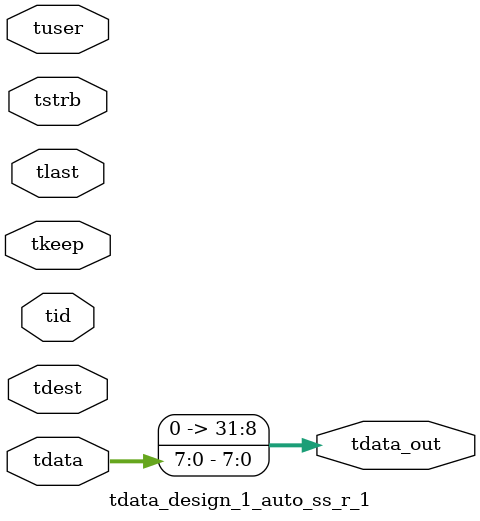
<source format=v>


`timescale 1ps/1ps

module tdata_design_1_auto_ss_r_1 #
(
parameter C_S_AXIS_TDATA_WIDTH = 32,
parameter C_S_AXIS_TUSER_WIDTH = 0,
parameter C_S_AXIS_TID_WIDTH   = 0,
parameter C_S_AXIS_TDEST_WIDTH = 0,
parameter C_M_AXIS_TDATA_WIDTH = 32
)
(
input  [(C_S_AXIS_TDATA_WIDTH == 0 ? 1 : C_S_AXIS_TDATA_WIDTH)-1:0     ] tdata,
input  [(C_S_AXIS_TUSER_WIDTH == 0 ? 1 : C_S_AXIS_TUSER_WIDTH)-1:0     ] tuser,
input  [(C_S_AXIS_TID_WIDTH   == 0 ? 1 : C_S_AXIS_TID_WIDTH)-1:0       ] tid,
input  [(C_S_AXIS_TDEST_WIDTH == 0 ? 1 : C_S_AXIS_TDEST_WIDTH)-1:0     ] tdest,
input  [(C_S_AXIS_TDATA_WIDTH/8)-1:0 ] tkeep,
input  [(C_S_AXIS_TDATA_WIDTH/8)-1:0 ] tstrb,
input                                                                    tlast,
output [C_M_AXIS_TDATA_WIDTH-1:0] tdata_out
);

assign tdata_out = {tdata[7:0]};

endmodule


</source>
